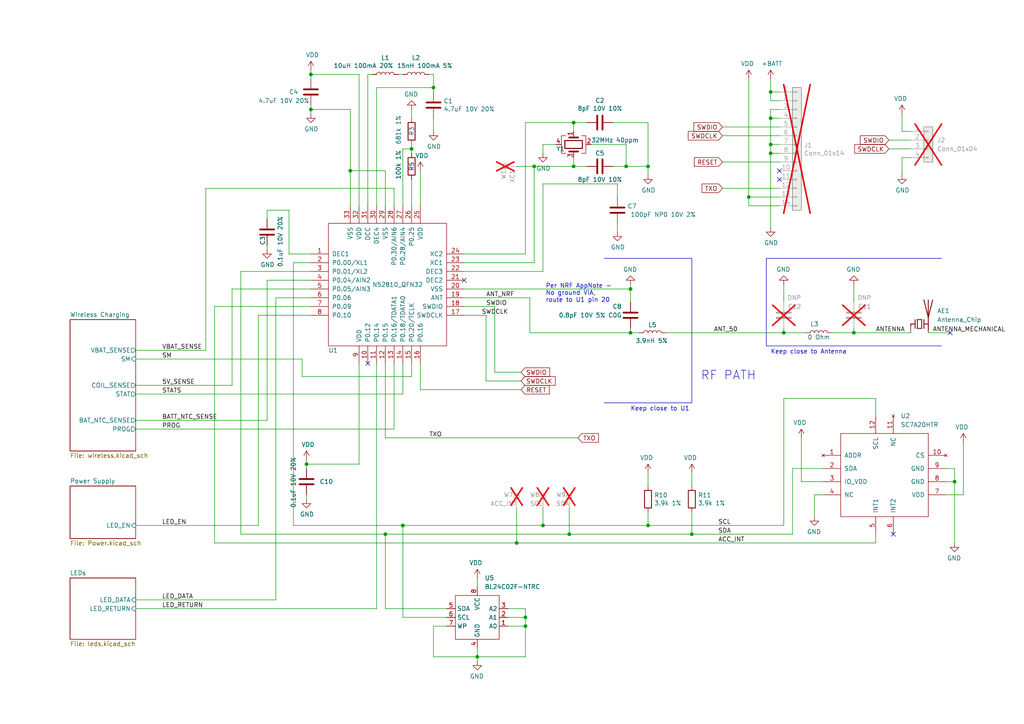
<source format=kicad_sch>
(kicad_sch (version 20250114) (generator "eeschema") (generator_version "9.0")
  (paper "A4")
  (title_block (title "Pixels D20 Schematic, Main") (date "2022-08-26") (rev "13") (company "Systemic Games, LLC") (comment 1 "Main MCU, Accelerometer and Radio"))
  (lib_symbols
    (symbol "Connector_Generic:Conn_01x04" (pin_names (offset 1.016) (hide yes))
      (property "Reference" "J" (at 0 5.08 0))
      (property "Value" "Conn_01x04" (at 0 -7.62 0))
      (symbol "Conn_01x04_1_1"
        (rectangle (start -1.27 3.81) (end 1.27 -6.35) (stroke (width 0.254)) (fill (type background)))
        (rectangle (start -1.27 2.667) (end 0 2.413) (stroke (width 0.1524)))
        (rectangle (start -1.27 0.127) (end 0 -0.127) (stroke (width 0.1524)))
        (rectangle (start -1.27 -2.413) (end 0 -2.667) (stroke (width 0.1524)))
        (rectangle (start -1.27 -4.953) (end 0 -5.207) (stroke (width 0.1524)))
        (pin passive line (at -5.08 2.54 0) (length 3.81) (name "Pin_1") (number "1"))
        (pin passive line (at -5.08 0 0) (length 3.81) (name "Pin_2") (number "2"))
        (pin passive line (at -5.08 -2.54 0) (length 3.81) (name "Pin_3") (number "3"))
        (pin passive line (at -5.08 -5.08 0) (length 3.81) (name "Pin_4") (number "4"))
      )
    )
    (symbol "Connector_Generic:Conn_01x14" (pin_names (offset 1.016) (hide yes))
      (property "Reference" "J" (at 0 17.78 0))
      (property "Value" "Conn_01x14" (at 0 -20.32 0))
      (symbol "Conn_01x14_1_1"
        (rectangle (start -1.27 16.51) (end 1.27 -19.05) (stroke (width 0.254)) (fill (type background)))
        (rectangle (start -1.27 15.367) (end 0 15.113) (stroke (width 0.1524)))
        (rectangle (start -1.27 12.827) (end 0 12.573) (stroke (width 0.1524)))
        (rectangle (start -1.27 10.287) (end 0 10.033) (stroke (width 0.1524)))
        (rectangle (start -1.27 7.747) (end 0 7.493) (stroke (width 0.1524)))
        (rectangle (start -1.27 5.207) (end 0 4.953) (stroke (width 0.1524)))
        (rectangle (start -1.27 2.667) (end 0 2.413) (stroke (width 0.1524)))
        (rectangle (start -1.27 0.127) (end 0 -0.127) (stroke (width 0.1524)))
        (rectangle (start -1.27 -2.413) (end 0 -2.667) (stroke (width 0.1524)))
        (rectangle (start -1.27 -4.953) (end 0 -5.207) (stroke (width 0.1524)))
        (rectangle (start -1.27 -7.493) (end 0 -7.747) (stroke (width 0.1524)))
        (rectangle (start -1.27 -10.033) (end 0 -10.287) (stroke (width 0.1524)))
        (rectangle (start -1.27 -12.573) (end 0 -12.827) (stroke (width 0.1524)))
        (rectangle (start -1.27 -15.113) (end 0 -15.367) (stroke (width 0.1524)))
        (rectangle (start -1.27 -17.653) (end 0 -17.907) (stroke (width 0.1524)))
        (pin passive line (at -5.08 15.24 0) (length 3.81) (name "Pin_1") (number "1"))
        (pin passive line (at -5.08 12.7 0) (length 3.81) (name "Pin_2") (number "2"))
        (pin passive line (at -5.08 10.16 0) (length 3.81) (name "Pin_3") (number "3"))
        (pin passive line (at -5.08 7.62 0) (length 3.81) (name "Pin_4") (number "4"))
        (pin passive line (at -5.08 5.08 0) (length 3.81) (name "Pin_5") (number "5"))
        (pin passive line (at -5.08 2.54 0) (length 3.81) (name "Pin_6") (number "6"))
        (pin passive line (at -5.08 0 0) (length 3.81) (name "Pin_7") (number "7"))
        (pin passive line (at -5.08 -2.54 0) (length 3.81) (name "Pin_8") (number "8"))
        (pin passive line (at -5.08 -5.08 0) (length 3.81) (name "Pin_9") (number "9"))
        (pin passive line (at -5.08 -7.62 0) (length 3.81) (name "Pin_10") (number "10"))
        (pin passive line (at -5.08 -10.16 0) (length 3.81) (name "Pin_11") (number "11"))
        (pin passive line (at -5.08 -12.7 0) (length 3.81) (name "Pin_12") (number "12"))
        (pin passive line (at -5.08 -15.24 0) (length 3.81) (name "Pin_13") (number "13"))
        (pin passive line (at -5.08 -17.78 0) (length 3.81) (name "Pin_14") (number "14"))
      )
    )
    (symbol "Device:Antenna_Chip" (pin_numbers (hide yes)) (pin_names (offset 1.016) (hide yes))
      (property "Reference" "AE" (at 0 5.08 0))
      (property "Value" "Antenna_Chip" (at 0 3.175 0))
      (symbol "Antenna_Chip_0_1"
        (polyline (pts (xy -2.54 0) (xy -2.54 -0.635)) (stroke (width 0.254)))
        (polyline (pts (xy -2.54 0) (xy -1.27 0)) (stroke (width 0.254)))
        (polyline (pts (xy -1.27 1.27) (xy -1.27 -1.27) (xy -1.27 0)) (stroke (width 0.254)))
        (polyline (pts (xy -0.635 1.27) (xy 0.635 1.27) (xy 0.635 -1.27) (xy -0.635 -1.27) (xy -0.635 1.27)) (stroke (width 0.254)))
        (polyline (pts (xy 1.27 1.27) (xy 1.27 -1.27)) (stroke (width 0.254)))
        (polyline (pts (xy 1.27 0) (xy 2.54 0)) (stroke (width 0.254)))
        (polyline (pts (xy 2.54 6.985) (xy 2.54 -1.905)) (stroke (width 0.254)))
        (polyline (pts (xy 2.54 -0.635) (xy 2.54 0)))
        (polyline (pts (xy 3.81 6.985) (xy 2.54 1.905) (xy 1.27 6.985)) (stroke (width 0.254)))
      )
      (symbol "Antenna_Chip_1_1"
        (pin input line (at -2.54 -2.54 90) (length 2.54) (name "FEED") (number "1"))
        (pin passive line (at 2.54 -2.54 90) (length 2.54) (name "PCB_Trace") (number "2"))
      )
    )
    (symbol "Device:C" (pin_numbers (hide yes)) (pin_names (offset 0.254))
      (property "Reference" "C" (at 0.635 2.54 0))
      (property "Value" "C" (at 0.635 -2.54 0))
      (symbol "C_0_1"
        (polyline (pts (xy -2.032 0.762) (xy 2.032 0.762)) (stroke (width 0.508)))
        (polyline (pts (xy -2.032 -0.762) (xy 2.032 -0.762)) (stroke (width 0.508)))
      )
      (symbol "C_1_1"
        (pin passive line (at 0 3.81 270) (length 2.794) (name "~") (number "1"))
        (pin passive line (at 0 -3.81 90) (length 2.794) (name "~") (number "2"))
      )
    )
    (symbol "Device:Crystal_GND24" (pin_names (offset 1.016) (hide yes))
      (property "Reference" "Y" (at 3.175 5.08 0))
      (property "Value" "Crystal_GND24" (at 3.175 3.175 0))
      (symbol "Crystal_GND24_0_1"
        (polyline (pts (xy -2.54 2.286) (xy -2.54 3.556) (xy 2.54 3.556) (xy 2.54 2.286)))
        (polyline (pts (xy -2.54 0) (xy -2.032 0)))
        (polyline (pts (xy -2.54 -2.286) (xy -2.54 -3.556) (xy 2.54 -3.556) (xy 2.54 -2.286)))
        (polyline (pts (xy -2.032 -1.27) (xy -2.032 1.27)) (stroke (width 0.508)))
        (rectangle (start -1.143 2.54) (end 1.143 -2.54) (stroke (width 0.3048)))
        (polyline (pts (xy 0 3.556) (xy 0 3.81)))
        (polyline (pts (xy 0 -3.81) (xy 0 -3.556)))
        (polyline (pts (xy 2.032 0) (xy 2.54 0)))
        (polyline (pts (xy 2.032 -1.27) (xy 2.032 1.27)) (stroke (width 0.508)))
      )
      (symbol "Crystal_GND24_1_1"
        (pin passive line (at -3.81 0 0) (length 1.27) (name "1") (number "1"))
        (pin passive line (at 0 5.08 270) (length 1.27) (name "2") (number "2"))
        (pin passive line (at 0 -5.08 90) (length 1.27) (name "4") (number "4"))
        (pin passive line (at 3.81 0 180) (length 1.27) (name "3") (number "3"))
      )
    )
    (symbol "Device:L" (pin_numbers (hide yes)) (pin_names (offset 1.016) (hide yes))
      (property "Reference" "L" (at -1.27 0 90))
      (property "Value" "L" (at 1.905 0 90))
      (symbol "L_0_1"
        (arc (start 0 2.54) (mid 0.6323 1.905) (end 0 1.27))
        (arc (start 0 1.27) (mid 0.6323 0.635) (end 0 0))
        (arc (start 0 0) (mid 0.6323 -0.635) (end 0 -1.27))
        (arc (start 0 -1.27) (mid 0.6323 -1.905) (end 0 -2.54))
      )
      (symbol "L_1_1"
        (pin passive line (at 0 3.81 270) (length 1.27) (name "1") (number "1"))
        (pin passive line (at 0 -3.81 90) (length 1.27) (name "2") (number "2"))
      )
    )
    (symbol "Device:R" (pin_numbers (hide yes)) (pin_names (offset 0))
      (property "Reference" "R" (at 2.032 0 90))
      (property "Value" "R" (at 0 0 90))
      (symbol "R_0_1"
        (rectangle (start -1.016 -2.54) (end 1.016 2.54) (stroke (width 0.254)))
      )
      (symbol "R_1_1"
        (pin passive line (at 0 3.81 270) (length 1.27) (name "~") (number "1"))
        (pin passive line (at 0 -3.81 90) (length 1.27) (name "~") (number "2"))
      )
    )
    (symbol "Pixels-dice:BL24C02F-NTRC"
      (property "Reference" "U" (at 2.286 -11.176 0))
      (property "Value" "BL24C02F-NTRC" (at 9.398 -9.144 0))
      (symbol "BL24C02F-NTRC_0_1"
        (rectangle (start -6.35 6.35) (end 6.35 -6.35))
      )
      (symbol "BL24C02F-NTRC_1_1"
        (pin bidirectional line (at -8.89 2.54 0) (length 2.54) (name "SDA") (number "5"))
        (pin input line (at -8.89 0 0) (length 2.54) (name "SCL") (number "6"))
        (pin input line (at -8.89 -2.54 0) (length 2.54) (name "WP") (number "7"))
        (pin power_in line (at 0 8.89 270) (length 2.54) (name "VCC") (number "8"))
        (pin power_in line (at 0 -8.89 90) (length 2.54) (name "GND") (number "4"))
        (pin input line (at 8.89 2.54 180) (length 2.54) (name "A2") (number "3"))
        (pin input line (at 8.89 0 180) (length 2.54) (name "A1") (number "2"))
        (pin input line (at 8.89 -2.54 180) (length 2.54) (name "A0") (number "1"))
      )
    )
    (symbol "Pixels-dice:N52810_QFN32" (pin_names (offset 1.016))
      (property "Reference" "U" (at 13.97 -19.05 0))
      (property "Value" "N52810_QFN32" (at 2.54 0 0))
      (symbol "N52810_QFN32_0_1"
        (rectangle (start -17.78 17.78) (end 16.51 -17.78))
      )
      (symbol "N52810_QFN32_1_1"
        (pin power_out line (at -22.86 8.89 0) (length 5.08) (name "DEC1") (number "1"))
        (pin bidirectional line (at -22.86 6.35 0) (length 5.08) (name "P0.00/XL1") (number "2"))
        (pin bidirectional line (at -22.86 3.81 0) (length 5.08) (name "P0.01/XL2") (number "3"))
        (pin bidirectional line (at -22.86 1.27 0) (length 5.08) (name "P0.04/AIN2") (number "4"))
        (pin bidirectional line (at -22.86 -1.27 0) (length 5.08) (name "P0.05/AIN3") (number "5"))
        (pin bidirectional line (at -22.86 -3.81 0) (length 5.08) (name "P0.06") (number "6"))
        (pin bidirectional line (at -22.86 -6.35 0) (length 5.08) (name "P0.09") (number "7"))
        (pin bidirectional line (at -22.86 -8.89 0) (length 5.08) (name "P0.10") (number "8"))
        (pin power_in line (at -11.43 22.86 270) (length 5.08) (name "VSS") (number "33"))
        (pin power_in line (at -8.89 22.86 270) (length 5.08) (name "VDD") (number "32"))
        (pin power_in line (at -8.89 -22.86 90) (length 5.08) (name "VDD") (number "9"))
        (pin output line (at -6.35 22.86 270) (length 5.08) (name "DCC") (number "31"))
        (pin bidirectional line (at -6.35 -22.86 90) (length 5.08) (name "P0.12") (number "10"))
        (pin output line (at -3.81 22.86 270) (length 5.08) (name "DEC4") (number "30"))
        (pin bidirectional line (at -3.81 -22.86 90) (length 5.08) (name "P0.14") (number "11"))
        (pin power_in line (at -1.27 22.86 270) (length 5.08) (name "VSS") (number "29"))
        (pin bidirectional line (at -1.27 -22.86 90) (length 5.08) (name "P0.15") (number "12"))
        (pin bidirectional line (at 1.27 22.86 270) (length 5.08) (name "P0.30/AIN6") (number "28"))
        (pin bidirectional line (at 1.27 -22.86 90) (length 5.08) (name "P0.16/TDATA1") (number "13"))
        (pin bidirectional line (at 3.81 22.86 270) (length 5.08) (name "P0.28/AIN4") (number "27"))
        (pin bidirectional line (at 3.81 -22.86 90) (length 5.08) (name "P0.18/TDATA0") (number "14"))
        (pin bidirectional line (at 6.35 22.86 270) (length 5.08) (name "P0.25") (number "26"))
        (pin bidirectional line (at 6.35 -22.86 90) (length 5.08) (name "P0.20/TCLK") (number "15"))
        (pin power_in line (at 8.89 22.86 270) (length 5.08) (name "VDD") (number "25"))
        (pin bidirectional line (at 8.89 -22.86 90) (length 5.08) (name "P0.16") (number "16"))
        (pin input line (at 21.59 8.89 180) (length 5.08) (name "XC2") (number "24"))
        (pin output line (at 21.59 6.35 180) (length 5.08) (name "XC1") (number "23"))
        (pin output line (at 21.59 3.81 180) (length 5.08) (name "DEC3") (number "22"))
        (pin output line (at 21.59 1.27 180) (length 5.08) (name "DEC2") (number "21"))
        (pin output line (at 21.59 -1.27 180) (length 5.08) (name "VSS") (number "20"))
        (pin output line (at 21.59 -3.81 180) (length 5.08) (name "ANT") (number "19"))
        (pin bidirectional line (at 21.59 -6.35 180) (length 5.08) (name "SWDIO") (number "18"))
        (pin bidirectional line (at 21.59 -8.89 180) (length 5.08) (name "SWDCLK") (number "17"))
      )
    )
    (symbol "Pixels-dice:SC7A20HTR" (pin_names (offset 1.016))
      (property "Reference" "U" (at 10.16 -12.7 0))
      (property "Value" "SC7A20HTR" (at 8.89 13.97 0))
      (symbol "SC7A20HTR_0_1"
        (rectangle (start -12.7 12.7) (end 12.7 -11.43))
      )
      (symbol "SC7A20HTR_1_1"
        (pin no_connect line (at -17.78 6.35 0) (length 5.08) (name "ADDR") (number "1"))
        (pin bidirectional line (at -17.78 2.54 0) (length 5.08) (name "SDA") (number "2"))
        (pin power_in line (at -17.78 -1.27 0) (length 5.08) (name "IO_VDD") (number "3"))
        (pin input line (at -17.78 -5.08 0) (length 5.08) (name "NC") (number "4"))
        (pin input line (at -2.54 17.78 270) (length 5.08) (name "SCL") (number "12"))
        (pin output line (at -2.54 -16.51 90) (length 5.08) (name "INT1") (number "5"))
        (pin no_connect line (at 2.54 17.78 270) (length 5.08) (name "NC") (number "11"))
        (pin output line (at 2.54 -16.51 90) (length 5.08) (name "INT2") (number "6"))
        (pin no_connect line (at 17.78 6.35 180) (length 5.08) (name "CS") (number "10"))
        (pin power_in line (at 17.78 2.54 180) (length 5.08) (name "GND") (number "9"))
        (pin power_in line (at 17.78 -1.27 180) (length 5.08) (name "GND") (number "8"))
        (pin power_in line (at 17.78 -5.08 180) (length 5.08) (name "VDD") (number "7"))
      )
    )
    (symbol "Pixels-dice:TEST_1P-conn" (pin_numbers (hide yes)) (pin_names (offset 0.762) (hide yes))
      (property "Reference" "W" (at 0 6.858 0))
      (property "Value" "TEST_1P-conn" (at 0 5.08 0))
      (symbol "TEST_1P-conn_0_1"
        (circle (center 0 3.302) (radius 0.762))
      )
      (symbol "TEST_1P-conn_1_1"
        (pin passive line (at 0 0 90) (length 2.54) (name "1") (number "1"))
      )
    )
    (symbol "power:+BATT" (power) (pin_names (offset 0))
      (property "Value" "+BATT" (at 0 3.556 0))
      (symbol "+BATT_0_1"
        (polyline (pts (xy -0.762 1.27) (xy 0 2.54)))
        (polyline (pts (xy 0 2.54) (xy 0.762 1.27)))
        (polyline (pts (xy 0 0) (xy 0 2.54)))
      )
      (symbol "+BATT_1_1"
        (pin power_in line (at 0 0 90) (length 0) (hide yes) (name "+BATT") (number "1"))
      )
    )
    (symbol "power:GND" (power) (pin_names (offset 0))
      (property "Value" "GND" (at 0 -3.81 0))
      (symbol "GND_0_1"
        (polyline (pts (xy 0 0) (xy 0 -1.27) (xy 1.27 -1.27) (xy 0 -2.54) (xy -1.27 -1.27) (xy 0 -1.27)))
      )
      (symbol "GND_1_1"
        (pin power_in line (at 0 0 270) (length 0) (hide yes) (name "GND") (number "1"))
      )
    )
    (symbol "power:VDD" (power) (pin_names (offset 0))
      (property "Value" "VDD" (at 0 3.81 0))
      (symbol "VDD_0_1"
        (polyline (pts (xy -0.762 1.27) (xy 0 2.54)))
        (polyline (pts (xy 0 2.54) (xy 0.762 1.27)))
        (polyline (pts (xy 0 0) (xy 0 2.54)))
      )
      (symbol "VDD_1_1"
        (pin power_in line (at 0 0 90) (length 0) (hide yes) (name "VDD") (number "1"))
      )
    )
  )
  (text "Per NRF AppNote -\nNo ground VIA,\nroute to U1 pin 20" (at 158.242 87.884 0) (effects (font (size 1.27 1.27)) (justify left bottom)))
  (text "RF PATH" (at 203.2 110.49 0) (effects (font (size 2.54 2.54)) (justify left bottom)))
  (text "Keep close to Antenna" (at 223.52 102.87 0) (effects (font (size 1.27 1.27)) (justify left bottom)))
  (text "Keep close to U1" (at 182.88 119.38 0) (effects (font (size 1.27 1.27)) (justify left bottom)))
  (junction (at 138.43 190.5))
  (junction (at 101.6 49.53))
  (junction (at 181.61 48.26))
  (junction (at 90.17 21.59))
  (junction (at 116.84 152.4))
  (junction (at 187.96 152.4))
  (junction (at 166.37 48.26))
  (junction (at 223.52 41.91))
  (junction (at 149.86 157.48))
  (junction (at 165.1 154.94))
  (junction (at 200.66 154.94))
  (junction (at 182.88 96.52))
  (junction (at 227.33 96.52))
  (junction (at 182.88 83.82))
  (junction (at 152.4 181.61))
  (junction (at 223.52 26.67))
  (junction (at 223.52 34.29))
  (junction (at 88.9 134.62))
  (junction (at 247.65 96.52))
  (junction (at 187.96 48.26))
  (junction (at 125.73 25.4))
  (junction (at 217.17 57.15))
  (junction (at 119.38 43.18))
  (junction (at 157.48 152.4))
  (junction (at 90.17 31.75))
  (junction (at 152.4 179.07))
  (junction (at 223.52 44.45))
  (junction (at 276.86 139.7))
  (junction (at 154.94 48.26))
  (junction (at 166.37 35.56))
  (junction (at 111.76 154.94))
  (no_connect (at 275.59 96.52))
  (no_connect (at 226.06 49.53))
  (no_connect (at 259.08 154.94))
  (no_connect (at 226.06 52.07))
  (no_connect (at 134.62 81.28))
  (no_connect (at 106.68 105.41))
  (wire (pts (xy 101.6 59.69) (xy 101.6 49.53)))
  (wire (pts (xy 125.73 190.5) (xy 138.43 190.5)))
  (wire (pts (xy 209.55 46.99) (xy 226.06 46.99)))
  (wire (pts (xy 149.86 147.32) (xy 149.86 157.48)))
  (wire (pts (xy 119.38 109.22) (xy 119.38 105.41)))
  (wire (pts (xy 181.61 41.91) (xy 181.61 48.26)))
  (wire (pts (xy 69.85 154.94) (xy 69.85 78.74)))
  (wire (pts (xy 67.31 83.82) (xy 90.17 83.82)))
  (wire (pts (xy 149.86 48.26) (xy 154.94 48.26)))
  (wire (pts (xy 62.23 88.9) (xy 62.23 157.48)))
  (wire (pts (xy 154.94 76.2) (xy 154.94 48.26)))
  (wire (pts (xy 152.4 181.61) (xy 152.4 190.5)))
  (wire (pts (xy 177.8 48.26) (xy 181.61 48.26)))
  (wire (pts (xy 140.97 110.49) (xy 151.13 110.49)))
  (wire (pts (xy 39.37 104.14) (xy 87.63 104.14)))
  (wire (pts (xy 77.47 81.28) (xy 77.47 121.92)))
  (wire (pts (xy 223.52 31.75) (xy 223.52 34.29)))
  (wire (pts (xy 223.52 22.86) (xy 223.52 26.67)))
  (polyline (pts (xy 222.25 74.93) (xy 222.25 100.33)))
  (wire (pts (xy 134.62 73.66) (xy 152.4 73.66)))
  (wire (pts (xy 187.96 35.56) (xy 187.96 48.26)))
  (wire (pts (xy 39.37 173.99) (xy 80.01 173.99)))
  (wire (pts (xy 166.37 35.56) (xy 170.18 35.56)))
  (wire (pts (xy 217.17 57.15) (xy 217.17 59.69)))
  (wire (pts (xy 77.47 81.28) (xy 90.17 81.28)))
  (wire (pts (xy 111.76 154.94) (xy 69.85 154.94)))
  (wire (pts (xy 226.06 57.15) (xy 217.17 57.15)))
  (wire (pts (xy 39.37 114.3) (xy 116.84 114.3)))
  (polyline (pts (xy 222.25 100.33) (xy 273.05 100.33)))
  (wire (pts (xy 134.62 86.36) (xy 153.67 86.36)))
  (wire (pts (xy 119.38 41.91) (xy 119.38 43.18)))
  (wire (pts (xy 152.4 179.07) (xy 152.4 181.61)))
  (wire (pts (xy 116.84 152.4) (xy 116.84 179.07)))
  (wire (pts (xy 90.17 91.44) (xy 74.93 91.44)))
  (wire (pts (xy 226.06 44.45) (xy 223.52 44.45)))
  (wire (pts (xy 39.37 111.76) (xy 67.31 111.76)))
  (wire (pts (xy 88.9 134.62) (xy 88.9 135.89)))
  (wire (pts (xy 182.88 95.25) (xy 182.88 96.52)))
  (wire (pts (xy 134.62 83.82) (xy 182.88 83.82)))
  (wire (pts (xy 116.84 59.69) (xy 116.84 43.18)))
  (wire (pts (xy 88.9 134.62) (xy 104.14 134.62)))
  (wire (pts (xy 149.86 157.48) (xy 254 157.48)))
  (wire (pts (xy 121.92 113.03) (xy 151.13 113.03)))
  (wire (pts (xy 90.17 88.9) (xy 62.23 88.9)))
  (wire (pts (xy 152.4 73.66) (xy 152.4 35.56)))
  (wire (pts (xy 134.62 88.9) (xy 143.51 88.9)))
  (wire (pts (xy 226.06 34.29) (xy 223.52 34.29)))
  (wire (pts (xy 67.31 83.82) (xy 67.31 111.76)))
  (wire (pts (xy 153.67 96.52) (xy 182.88 96.52)))
  (wire (pts (xy 254 115.57) (xy 227.33 115.57)))
  (wire (pts (xy 125.73 21.59) (xy 125.73 25.4)))
  (wire (pts (xy 114.3 59.69) (xy 114.3 54.61)))
  (wire (pts (xy 88.9 134.62) (xy 88.9 133.35)))
  (wire (pts (xy 143.51 107.95) (xy 151.13 107.95)))
  (wire (pts (xy 254 120.65) (xy 254 115.57)))
  (wire (pts (xy 147.32 176.53) (xy 152.4 176.53)))
  (wire (pts (xy 161.29 41.91) (xy 157.48 41.91)))
  (wire (pts (xy 257.81 43.18) (xy 264.16 43.18)))
  (wire (pts (xy 59.69 54.61) (xy 59.69 101.6)))
  (wire (pts (xy 236.22 143.51) (xy 236.22 149.86)))
  (wire (pts (xy 121.92 49.53) (xy 121.92 59.69)))
  (wire (pts (xy 223.52 26.67) (xy 226.06 26.67)))
  (wire (pts (xy 90.17 86.36) (xy 80.01 86.36)))
  (wire (pts (xy 111.76 127) (xy 167.64 127)))
  (wire (pts (xy 274.32 139.7) (xy 276.86 139.7)))
  (wire (pts (xy 209.55 39.37) (xy 226.06 39.37)))
  (wire (pts (xy 152.4 190.5) (xy 138.43 190.5)))
  (wire (pts (xy 125.73 181.61) (xy 125.73 190.5)))
  (wire (pts (xy 165.1 154.94) (xy 200.66 154.94)))
  (wire (pts (xy 101.6 31.75) (xy 90.17 31.75)))
  (wire (pts (xy 177.8 35.56) (xy 187.96 35.56)))
  (wire (pts (xy 200.66 148.59) (xy 200.66 154.94)))
  (wire (pts (xy 39.37 124.46) (xy 114.3 124.46)))
  (polyline (pts (xy 175.26 116.84) (xy 200.66 116.84)))
  (wire (pts (xy 134.62 78.74) (xy 157.48 78.74)))
  (wire (pts (xy 152.4 176.53) (xy 152.4 179.07)))
  (wire (pts (xy 279.4 143.51) (xy 274.32 143.51)))
  (wire (pts (xy 154.94 48.26) (xy 166.37 48.26)))
  (wire (pts (xy 247.65 82.55) (xy 247.65 87.63)))
  (wire (pts (xy 187.96 148.59) (xy 187.96 152.4)))
  (wire (pts (xy 104.14 21.59) (xy 90.17 21.59)))
  (wire (pts (xy 147.32 181.61) (xy 152.4 181.61)))
  (wire (pts (xy 209.55 36.83) (xy 226.06 36.83)))
  (wire (pts (xy 227.33 96.52) (xy 233.68 96.52)))
  (wire (pts (xy 193.04 96.52) (xy 227.33 96.52)))
  (wire (pts (xy 238.76 135.89) (xy 229.87 135.89)))
  (wire (pts (xy 59.69 54.61) (xy 114.3 54.61)))
  (wire (pts (xy 62.23 157.48) (xy 149.86 157.48)))
  (wire (pts (xy 254 154.94) (xy 254 157.48)))
  (wire (pts (xy 138.43 167.64) (xy 138.43 170.18)))
  (polyline (pts (xy 200.66 74.93) (xy 200.66 116.84)))
  (wire (pts (xy 166.37 48.26) (xy 170.18 48.26)))
  (wire (pts (xy 114.3 105.41) (xy 114.3 124.46)))
  (wire (pts (xy 119.38 43.18) (xy 119.38 44.45)))
  (wire (pts (xy 182.88 82.55) (xy 182.88 83.82)))
  (wire (pts (xy 179.07 53.34) (xy 179.07 57.15)))
  (wire (pts (xy 261.62 33.02) (xy 261.62 38.1)))
  (wire (pts (xy 223.52 26.67) (xy 223.52 29.21)))
  (wire (pts (xy 88.9 143.51) (xy 88.9 144.78)))
  (wire (pts (xy 209.55 54.61) (xy 226.06 54.61)))
  (wire (pts (xy 80.01 86.36) (xy 80.01 173.99)))
  (wire (pts (xy 74.93 91.44) (xy 74.93 152.4)))
  (wire (pts (xy 200.66 137.16) (xy 200.66 140.97)))
  (wire (pts (xy 157.48 152.4) (xy 187.96 152.4)))
  (wire (pts (xy 85.09 76.2) (xy 90.17 76.2)))
  (wire (pts (xy 138.43 190.5) (xy 138.43 191.77)))
  (wire (pts (xy 134.62 76.2) (xy 154.94 76.2)))
  (wire (pts (xy 106.68 21.59) (xy 107.95 21.59)))
  (wire (pts (xy 152.4 35.56) (xy 166.37 35.56)))
  (wire (pts (xy 125.73 25.4) (xy 109.22 25.4)))
  (wire (pts (xy 39.37 121.92) (xy 77.47 121.92)))
  (wire (pts (xy 200.66 154.94) (xy 229.87 154.94)))
  (wire (pts (xy 241.3 96.52) (xy 247.65 96.52)))
  (wire (pts (xy 124.46 21.59) (xy 125.73 21.59)))
  (wire (pts (xy 119.38 52.07) (xy 119.38 59.69)))
  (wire (pts (xy 238.76 143.51) (xy 236.22 143.51)))
  (wire (pts (xy 217.17 22.86) (xy 217.17 57.15)))
  (wire (pts (xy 238.76 139.7) (xy 232.41 139.7)))
  (wire (pts (xy 276.86 139.7) (xy 276.86 157.48)))
  (wire (pts (xy 90.17 73.66) (xy 83.82 73.66)))
  (wire (pts (xy 111.76 105.41) (xy 111.76 127)))
  (wire (pts (xy 227.33 82.55) (xy 227.33 87.63)))
  (wire (pts (xy 232.41 127) (xy 232.41 139.7)))
  (wire (pts (xy 116.84 43.18) (xy 119.38 43.18)))
  (wire (pts (xy 261.62 38.1) (xy 264.16 38.1)))
  (wire (pts (xy 140.97 91.44) (xy 140.97 110.49)))
  (wire (pts (xy 119.38 31.75) (xy 119.38 34.29)))
  (wire (pts (xy 90.17 30.48) (xy 90.17 31.75)))
  (wire (pts (xy 101.6 49.53) (xy 101.6 31.75)))
  (wire (pts (xy 223.52 44.45) (xy 223.52 66.04)))
  (wire (pts (xy 171.45 41.91) (xy 181.61 41.91)))
  (polyline (pts (xy 175.26 74.93) (xy 200.66 74.93)))
  (wire (pts (xy 229.87 135.89) (xy 229.87 154.94)))
  (wire (pts (xy 276.86 135.89) (xy 276.86 139.7)))
  (wire (pts (xy 111.76 154.94) (xy 111.76 176.53)))
  (wire (pts (xy 226.06 41.91) (xy 223.52 41.91)))
  (wire (pts (xy 121.92 113.03) (xy 121.92 105.41)))
  (wire (pts (xy 153.67 86.36) (xy 153.67 96.52)))
  (polyline (pts (xy 222.25 74.93) (xy 273.05 74.93)))
  (wire (pts (xy 134.62 91.44) (xy 140.97 91.44)))
  (wire (pts (xy 165.1 147.32) (xy 165.1 154.94)))
  (wire (pts (xy 274.32 135.89) (xy 276.86 135.89)))
  (wire (pts (xy 77.47 71.12) (xy 77.47 72.39)))
  (wire (pts (xy 111.76 176.53) (xy 129.54 176.53)))
  (wire (pts (xy 111.76 59.69) (xy 111.76 49.53)))
  (wire (pts (xy 87.63 109.22) (xy 119.38 109.22)))
  (wire (pts (xy 106.68 21.59) (xy 106.68 59.69)))
  (wire (pts (xy 115.57 21.59) (xy 116.84 21.59)))
  (wire (pts (xy 111.76 49.53) (xy 101.6 49.53)))
  (wire (pts (xy 223.52 41.91) (xy 223.52 44.45)))
  (wire (pts (xy 90.17 31.75) (xy 90.17 33.02)))
  (wire (pts (xy 138.43 187.96) (xy 138.43 190.5)))
  (wire (pts (xy 223.52 29.21) (xy 226.06 29.21)))
  (wire (pts (xy 157.48 147.32) (xy 157.48 152.4)))
  (wire (pts (xy 83.82 60.96) (xy 77.47 60.96)))
  (wire (pts (xy 39.37 176.53) (xy 109.22 176.53)))
  (wire (pts (xy 116.84 152.4) (xy 157.48 152.4)))
  (wire (pts (xy 187.96 137.16) (xy 187.96 140.97)))
  (wire (pts (xy 261.62 45.72) (xy 261.62 50.8)))
  (wire (pts (xy 143.51 88.9) (xy 143.51 107.95)))
  (wire (pts (xy 129.54 179.07) (xy 116.84 179.07)))
  (wire (pts (xy 87.63 104.14) (xy 87.63 109.22)))
  (wire (pts (xy 279.4 128.27) (xy 279.4 143.51)))
  (wire (pts (xy 157.48 53.34) (xy 157.48 78.74)))
  (wire (pts (xy 109.22 25.4) (xy 109.22 59.69)))
  (wire (pts (xy 181.61 48.26) (xy 187.96 48.26)))
  (wire (pts (xy 247.65 96.52) (xy 264.16 96.52)))
  (wire (pts (xy 147.32 179.07) (xy 152.4 179.07)))
  (wire (pts (xy 39.37 152.4) (xy 74.93 152.4)))
  (wire (pts (xy 223.52 31.75) (xy 226.06 31.75)))
  (wire (pts (xy 109.22 105.41) (xy 109.22 176.53)))
  (wire (pts (xy 187.96 152.4) (xy 227.33 152.4)))
  (wire (pts (xy 90.17 20.32) (xy 90.17 21.59)))
  (wire (pts (xy 182.88 83.82) (xy 182.88 87.63)))
  (wire (pts (xy 179.07 64.77) (xy 179.07 67.31)))
  (wire (pts (xy 223.52 34.29) (xy 223.52 41.91)))
  (wire (pts (xy 157.48 41.91) (xy 157.48 44.45)))
  (wire (pts (xy 261.62 45.72) (xy 264.16 45.72)))
  (wire (pts (xy 187.96 48.26) (xy 187.96 50.8)))
  (wire (pts (xy 166.37 45.72) (xy 166.37 48.26)))
  (wire (pts (xy 116.84 114.3) (xy 116.84 105.41)))
  (wire (pts (xy 111.76 154.94) (xy 165.1 154.94)))
  (wire (pts (xy 166.37 38.1) (xy 166.37 35.56)))
  (wire (pts (xy 179.07 53.34) (xy 157.48 53.34)))
  (wire (pts (xy 247.65 95.25) (xy 247.65 96.52)))
  (wire (pts (xy 269.24 96.52) (xy 275.59 96.52)))
  (wire (pts (xy 83.82 60.96) (xy 83.82 73.66)))
  (wire (pts (xy 182.88 96.52) (xy 185.42 96.52)))
  (wire (pts (xy 90.17 21.59) (xy 90.17 22.86)))
  (wire (pts (xy 77.47 60.96) (xy 77.47 63.5)))
  (wire (pts (xy 104.14 21.59) (xy 104.14 59.69)))
  (wire (pts (xy 85.09 152.4) (xy 116.84 152.4)))
  (wire (pts (xy 129.54 181.61) (xy 125.73 181.61)))
  (wire (pts (xy 227.33 115.57) (xy 227.33 152.4)))
  (wire (pts (xy 125.73 25.4) (xy 125.73 26.67)))
  (wire (pts (xy 69.85 78.74) (xy 90.17 78.74)))
  (wire (pts (xy 217.17 59.69) (xy 226.06 59.69)))
  (wire (pts (xy 85.09 76.2) (xy 85.09 152.4)))
  (wire (pts (xy 104.14 105.41) (xy 104.14 134.62)))
  (wire (pts (xy 125.73 34.29) (xy 125.73 38.1)))
  (wire (pts (xy 257.81 40.64) (xy 264.16 40.64)))
  (wire (pts (xy 227.33 95.25) (xy 227.33 96.52)))
  (wire (pts (xy 39.37 101.6) (xy 59.69 101.6)))
  (label "ANTENNA_MECHANICAL" (at 270.51 96.52 0))
  (label "PROG" (at 46.99 124.46 0))
  (label "ACC_INT" (at 208.28 157.48 0))
  (label "ANT_50" (at 207.01 96.52 0))
  (label "SWDCLK" (at 139.7 91.44 0))
  (label "VBAT_SENSE" (at 46.99 101.6 0))
  (label "5V_SENSE" (at 46.99 111.76 0))
  (label "BATT_NTC_SENSE" (at 46.99 121.92 0))
  (label "ANT_NRF" (at 140.97 86.36 0))
  (label "SDA" (at 208.28 154.94 0))
  (label "SM" (at 46.99 104.14 0))
  (label "LED_EN" (at 46.99 152.4 0))
  (label "ANTENNA" (at 254 96.52 0))
  (label "SWDIO" (at 140.97 88.9 0))
  (label "LED_RETURN" (at 46.99 176.53 0))
  (label "TXO" (at 124.46 127 0))
  (label "LED_DATA" (at 46.99 173.99 0))
  (label "SCL" (at 208.28 152.4 0))
  (label "STATS" (at 46.99 114.3 0))
  (global_label "SWDCLK" (shape input) (at 257.81 43.18 180) (property "Intersheetrefs" "${INTERSHEET_REFS}" (effects (hide yes))))
  (global_label "SWDIO" (shape input) (at 151.13 107.95 0) (property "Intersheetrefs" "${INTERSHEET_REFS}" (effects (hide yes))))
  (global_label "TXO" (shape input) (at 167.64 127 0) (property "Intersheetrefs" "${INTERSHEET_REFS}" (effects (hide yes))))
  (global_label "SWDCLK" (shape input) (at 209.55 39.37 180) (property "Intersheetrefs" "${INTERSHEET_REFS}" (effects (hide yes))))
  (global_label "RESET" (shape input) (at 209.55 46.99 180) (property "Intersheetrefs" "${INTERSHEET_REFS}" (effects (hide yes))))
  (global_label "SWDCLK" (shape input) (at 151.13 110.49 0) (property "Intersheetrefs" "${INTERSHEET_REFS}" (effects (hide yes))))
  (global_label "RESET" (shape input) (at 151.13 113.03 0) (property "Intersheetrefs" "${INTERSHEET_REFS}" (effects (hide yes))))
  (global_label "SWDIO" (shape input) (at 209.55 36.83 180) (property "Intersheetrefs" "${INTERSHEET_REFS}" (effects (hide yes))))
  (global_label "SWDIO" (shape input) (at 257.81 40.64 180) (property "Intersheetrefs" "${INTERSHEET_REFS}" (effects (hide yes))))
  (global_label "TXO" (shape input) (at 209.55 54.61 180) (property "Intersheetrefs" "${INTERSHEET_REFS}" (effects (hide yes))))
  (symbol (lib_id "power:GND") (at 88.9 144.78 0) (unit 1)
    (property "Reference" "#PWR016" (effects (hide yes)))
    (property "Value" "GND" (at 89.027 149.1742 0))
  )
  (symbol (lib_id "power:VDD") (at 88.9 133.35 0) (unit 1)
    (property "Reference" "#PWR014" (effects (hide yes)))
    (property "Value" "VDD" (at 89.3318 128.9558 0))
  )
  (symbol (lib_id "Device:C") (at 88.9 139.7 0) (unit 1)
    (property "Reference" "C10" (at 92.71 139.7 0) (effects (justify left)))
    (property "Value" "0.1uF 10V 20%" (at 85.09 147.32 90) (effects (justify left)))
    (property "Footprint" "Capacitor_SMD:C_0201_0603Metric" (effects (hide yes)))
    (property "Generic OK" "YES" (effects (hide yes)))
    (property "Manufacturer" "HRE" (effects (hide yes)))
    (property "Part Number" "CGA0201X5R104K100ET" (effects (hide yes)))
    (property "LCSC Part #" "C6119757" (effects (hide yes)))
  )
  (symbol (lib_id "power:GND") (at 90.17 33.02 0) (unit 1)
    (property "Reference" "#PWR08" (effects (hide yes)))
    (property "Value" "GND" (at 90.297 37.4142 0))
  )
  (symbol (lib_id "power:VDD") (at 90.17 20.32 0) (unit 1)
    (property "Reference" "#PWR01" (effects (hide yes)))
    (property "Value" "VDD" (at 90.6018 15.9258 0))
  )
  (symbol (lib_id "Device:C") (at 90.17 26.67 0) (unit 1)
    (property "Reference" "C4" (at 83.82 26.67 0) (effects (justify left)))
    (property "Value" "4.7uF 10V 20%" (at 74.93 29.21 0) (effects (justify left)))
    (property "Footprint" "Pixels-dice:C_0402_1005Metric" (effects (hide yes)))
    (property "Generic OK" "YES" (effects (hide yes)))
    (property "Manufacturer" "HRE" (effects (hide yes)))
    (property "Part Number" "CGA0402X5R475M100GT" (effects (hide yes)))
    (property "Alternate Manufacturer" "Samsung Electro-Mechanics" (effects (hide yes)))
    (property "Alternate PN" "CL05A475MP5NRNC" (effects (hide yes)))
    (property "Alternate LCSC Part #" "C23733" (effects (hide yes)))
  )
  (symbol (lib_id "power:GND") (at 77.47 72.39 0) (unit 1)
    (property "Reference" "#PWR05" (effects (hide yes)))
    (property "Value" "GND" (at 77.597 76.7842 0))
  )
  (symbol (lib_id "Device:C") (at 77.47 67.31 0) (unit 1)
    (property "Reference" "C3" (at 76.2 71.12 90) (effects (justify left)))
    (property "Value" "0.1uF 10V 20%" (at 81.28 77.47 90) (effects (justify left)))
    (property "Footprint" "Capacitor_SMD:C_0201_0603Metric" (effects (hide yes)))
    (property "Generic OK" "YES" (effects (hide yes)))
    (property "Manufacturer" "HRE" (effects (hide yes)))
    (property "Part Number" "CGA0201X5R104K100ET" (effects (hide yes)))
    (property "LCSC Part #" "C6119757" (effects (hide yes)))
  )
  (symbol (lib_id "Device:L") (at 111.76 21.59 90) (unit 1)
    (property "Reference" "L1" (at 111.76 16.764 90))
    (property "Value" "10uH 100mA 20%" (at 105.41 19.05 90))
    (property "Footprint" "Inductor_SMD:L_0603_1608Metric" (effects (hide yes)))
    (property "Generic OK" "YES" (effects (hide yes)))
    (property "Manufacturer" "FH" (effects (hide yes)))
    (property "Part Number" "CMI160808J100KT" (effects (hide yes)))
    (property "LCSC Part #" "C411908" (effects (hide yes)))
  )
  (symbol (lib_id "Device:L") (at 120.65 21.59 90) (unit 1)
    (property "Reference" "L2" (at 120.65 16.764 90))
    (property "Value" "15nH 100mA 5%" (at 123.19 19.05 90))
    (property "Footprint" "Inductor_SMD:L_0201_0603Metric" (effects (hide yes)))
    (property "Generic OK" "YES" (effects (hide yes)))
    (property "Manufacturer" "FH" (effects (hide yes)))
    (property "Part Number" "VHF060303HQ15NKT" (effects (hide yes)))
    (property "LCSC Part #" "C381880" (effects (hide yes)))
  )
  (symbol (lib_id "Device:C") (at 125.73 30.48 0) (unit 1)
    (property "Reference" "C1" (at 128.651 29.3116 0) (effects (justify left)))
    (property "Value" "4.7uF 10V 20%" (at 128.651 31.623 0) (effects (justify left)))
    (property "Footprint" "Pixels-dice:C_0402_1005Metric" (effects (hide yes)))
    (property "Generic OK" "YES" (effects (hide yes)))
    (property "Manufacturer" "HRE" (effects (hide yes)))
    (property "Part Number" "CGA0402X5R475M100GT" (effects (hide yes)))
    (property "Alternate Manufacturer" "Samsung Electro-Mechanics" (effects (hide yes)))
    (property "Alternate PN" "CL05A475MP5NRNC" (effects (hide yes)))
    (property "Alternate LCSC Part #" "C23733" (effects (hide yes)))
  )
  (symbol (lib_id "power:GND") (at 125.73 38.1 0) (unit 1)
    (property "Reference" "#PWR03" (effects (hide yes)))
    (property "Value" "GND" (at 125.857 42.4942 0))
  )
  (symbol (lib_id "Device:Crystal_GND24") (at 166.37 41.91 270) (unit 1)
    (property "Reference" "Y1" (at 161.29 43.18 90) (effects (justify left)))
    (property "Value" "32MHz 40ppm" (at 171.45 40.64 90) (effects (justify left)))
    (property "Footprint" "Pixels-dice:Crystal_SMD_2016-4Pin_2.0x1.6mm" (effects (hide yes)))
    (property "Generic OK" "YES" (effects (hide yes)))
    (property "Manufacturer" "TOGNJING" (effects (hide yes)))
    (property "Part Number" "XTM20032000DT00351001" (effects (hide yes)))
    (property "Alternate Manufacturer" "TXC Corp" (effects (hide yes)))
    (property "Alternate PN" "8Q32000002" (effects (hide yes)))
    (property "Alternate LCSC Part #" "C5203640" (effects (hide yes)))
    (property "LCSC Part #" "C20623629" (effects (hide yes)))
  )
  (symbol (lib_id "Device:C") (at 173.99 35.56 270) (unit 1)
    (property "Reference" "C2" (at 173.99 29.1592 90))
    (property "Value" "8pF 10V 10%" (at 173.99 31.4706 90))
    (property "Footprint" "Capacitor_SMD:C_0201_0603Metric" (effects (hide yes)))
    (property "Generic OK" "YES" (effects (hide yes)))
    (property "Manufacturer" "HRE" (effects (hide yes)))
    (property "Part Number" "CGA0201C0G8R0B250ET" (effects (hide yes)))
    (property "LCSC Part #" "C501818" (effects (hide yes)))
  )
  (symbol (lib_id "Device:C") (at 173.99 48.26 270) (unit 1)
    (property "Reference" "C5" (at 173.99 44.45 90))
    (property "Value" "8pF 10V 10%" (at 173.99 52.07 90))
    (property "Footprint" "Capacitor_SMD:C_0201_0603Metric" (effects (hide yes)))
    (property "Generic OK" "YES" (effects (hide yes)))
    (property "Manufacturer" "HRE" (effects (hide yes)))
    (property "Part Number" "CGA0201C0G8R0B250ET" (effects (hide yes)))
    (property "LCSC Part #" "C501818" (effects (hide yes)))
  )
  (symbol (lib_id "power:GND") (at 187.96 50.8 0) (unit 1)
    (property "Reference" "#PWR09" (effects (hide yes)))
    (property "Value" "GND" (at 188.087 55.1942 0))
  )
  (symbol (lib_id "power:GND") (at 179.07 67.31 0) (unit 1)
    (property "Reference" "#PWR011" (effects (hide yes)))
    (property "Value" "GND" (at 179.197 71.7042 0))
  )
  (symbol (lib_id "Device:C") (at 179.07 60.96 0) (unit 1)
    (property "Reference" "C7" (at 181.991 59.7916 0) (effects (justify left)))
    (property "Value" "100pF NP0 10V 2%" (at 182.88 62.23 0) (effects (justify left)))
    (property "Footprint" "Capacitor_SMD:C_0201_0603Metric" (effects (hide yes)))
    (property "Generic OK" "YES" (effects (hide yes)))
    (property "Manufacturer" "HRE" (effects (hide yes)))
    (property "Part Number" "CGA0201C0G101J500ET" (effects (hide yes)))
    (property "Alternate Manufacturer" "EYANG(Shenzhen Eyang Tech Development)" (effects (hide yes)))
    (property "Alternate PN" "C0201C0G101J500NTA" (effects (hide yes)))
    (property "Alternate LCSC Part #" "C115540" (effects (hide yes)))
    (property "LCSC Part #" "C20069263" (effects (hide yes)))
  )
  (symbol (lib_id "Device:C") (at 182.88 91.44 180) (unit 1)
    (property "Reference" "C8" (at 180.34 88.9 0) (effects (justify left)))
    (property "Value" "0.8pF 10V 5% C0G" (at 180.34 91.44 0) (effects (justify left)))
    (property "Footprint" "Capacitor_SMD:C_0201_0603Metric" (effects (hide yes)))
    (property "Generic OK" "YES" (effects (hide yes)))
    (property "Manufacturer" "HRE" (effects (hide yes)))
    (property "Part Number" "CGA0201C0GR80C250ET" (effects (hide yes)))
  )
  (symbol (lib_id "power:GND") (at 182.88 82.55 180) (unit 1)
    (property "Reference" "#PWR012" (effects (hide yes)))
    (property "Value" "GND" (at 182.753 78.1558 0))
  )
  (symbol (lib_id "power:GND") (at 157.48 44.45 0) (unit 1)
    (property "Reference" "#PWR06" (effects (hide yes)))
    (property "Value" "GND" (at 157.607 48.8442 0))
  )
  (symbol (lib_id "Pixels-dice:TEST_1P-conn") (at 149.86 147.32 0) (unit 1) (in_bom no) (dnp yes)
    (property "Reference" "W7" (at 146.05 143.51 0) (effects (justify left)))
    (property "Value" "ACC_INT" (at 142.24 146.05 0) (effects (justify left)))
    (property "Footprint" "Pixels-dice:TEST_PIN" (effects (hide yes)))
    (property "Generic OK" "N/A" (effects (hide yes)))
  )
  (symbol (lib_id "Pixels-dice:TEST_1P-conn") (at 157.48 147.32 0) (unit 1) (in_bom no) (dnp yes)
    (property "Reference" "W8" (at 153.67 143.51 0) (effects (justify left)))
    (property "Value" "SCL" (at 153.67 146.05 0) (effects (justify left)))
    (property "Footprint" "Pixels-dice:TEST_PIN" (effects (hide yes)))
    (property "Generic OK" "N/A" (effects (hide yes)))
  )
  (symbol (lib_id "Pixels-dice:TEST_1P-conn") (at 165.1 147.32 0) (unit 1) (in_bom no) (dnp yes)
    (property "Reference" "W9" (at 161.29 143.51 0) (effects (justify left)))
    (property "Value" "SDA" (at 161.29 146.05 0) (effects (justify left)))
    (property "Footprint" "Pixels-dice:TEST_PIN" (effects (hide yes)))
    (property "Generic OK" "N/A" (effects (hide yes)))
  )
  (symbol (lib_id "power:GND") (at 261.62 50.8 0) (unit 1)
    (property "Reference" "#PWR024" (effects (hide yes)))
    (property "Value" "GND" (at 261.747 55.1942 0))
  )
  (symbol (lib_id "Device:L") (at 189.23 96.52 90) (unit 1)
    (property "Reference" "L5" (at 189.23 94.234 90))
    (property "Value" "3.9nH 5%" (at 188.976 98.806 90))
    (property "Footprint" "Inductor_SMD:L_0201_0603Metric" (effects (hide yes)))
    (property "Generic OK" "YES" (effects (hide yes)))
    (property "Manufacturer" "FH" (effects (hide yes)))
    (property "Part Number" " VHF060303HQ3N9ST02" (effects (hide yes)))
  )
  (symbol (lib_id "power:GND") (at 227.33 82.55 180) (unit 1)
    (property "Reference" "#PWR049" (effects (hide yes)))
    (property "Value" "GND" (at 227.203 78.1558 0))
  )
  (symbol (lib_id "power:+BATT") (at 223.52 22.86 0) (unit 1)
    (property "Reference" "#PWR010" (effects (hide yes)))
    (property "Value" "+BATT" (at 223.901 18.4658 0))
  )
  (symbol (lib_id "power:VDD") (at 232.41 127 0) (mirror y) (unit 1)
    (property "Reference" "#PWR044" (effects (hide yes)))
    (property "Value" "VDD" (at 231.9782 122.6058 0))
  )
  (symbol (lib_id "power:VDD") (at 187.96 137.16 0) (mirror y) (unit 1)
    (property "Reference" "#PWR034" (effects (hide yes)))
    (property "Value" "VDD" (at 187.5282 132.7658 0))
  )
  (symbol (lib_id "power:VDD") (at 138.43 167.64 0) (mirror y) (unit 1)
    (property "Reference" "#PWR042" (effects (hide yes)))
    (property "Value" "VDD" (at 137.9982 163.2458 0))
  )
  (symbol (lib_id "Device:R") (at 200.66 144.78 0) (unit 1)
    (property "Reference" "R11" (at 202.438 143.6116 0) (effects (justify left)))
    (property "Value" "3.9k 1%" (at 202.438 145.923 0) (effects (justify left)))
    (property "Footprint" "Resistor_SMD:R_0201_0603Metric" (effects (hide yes)))
    (property "Generic OK" "YES" (effects (hide yes)))
    (property "Manufacturer" "UNI-ROYAL(Uniroyal Elec)" (effects (hide yes)))
    (property "Part Number" "0201WMF3651TEE" (effects (hide yes)))
    (property "Alternate Manufacturer" "UNI-ROYAL(Uniroyal Elec)" (effects (hide yes)))
    (property "LCSC Part #" "C516477" (effects (hide yes)))
  )
  (symbol (lib_id "power:VDD") (at 200.66 137.16 0) (mirror y) (unit 1)
    (property "Reference" "#PWR036" (effects (hide yes)))
    (property "Value" "VDD" (at 200.2282 132.7658 0))
  )
  (symbol (lib_id "power:VDD") (at 279.4 128.27 0) (mirror y) (unit 1)
    (property "Reference" "#PWR062" (effects (hide yes)))
    (property "Value" "VDD" (at 278.9682 123.8758 0))
  )
  (symbol (lib_id "power:VDD") (at 217.17 22.86 0) (mirror y) (unit 1)
    (property "Reference" "#PWR018" (effects (hide yes)))
    (property "Value" "VDD" (at 216.7382 18.4658 0))
  )
  (symbol (lib_id "Connector_Generic:Conn_01x14") (at 231.14 41.91 0) (unit 1) (in_bom no) (dnp yes)
    (property "Reference" "J1" (at 233.172 42.1132 0) (effects (justify left)))
    (property "Value" "Conn_01x14" (at 233.172 44.4246 0) (effects (justify left)))
    (property "Footprint" "Pixels-dice:FPC_14" (effects (hide yes)))
    (property "Generic OK" "N/A" (effects (hide yes)))
  )
  (symbol (lib_id "Device:R") (at 187.96 144.78 0) (unit 1)
    (property "Reference" "R10" (at 189.738 143.6116 0) (effects (justify left)))
    (property "Value" "3.9k 1%" (at 189.738 145.923 0) (effects (justify left)))
    (property "Footprint" "Resistor_SMD:R_0201_0603Metric" (effects (hide yes)))
    (property "Generic OK" "YES" (effects (hide yes)))
    (property "Manufacturer" "UNI-ROYAL(Uniroyal Elec)" (effects (hide yes)))
    (property "Part Number" "0201WMF3651TEE" (effects (hide yes)))
    (property "Alternate Manufacturer" "UNI-ROYAL(Uniroyal Elec)" (effects (hide yes)))
    (property "LCSC Part #" "C516477" (effects (hide yes)))
  )
  (symbol (lib_id "power:GND") (at 236.22 149.86 0) (mirror y) (unit 1)
    (property "Reference" "#PWR075" (effects (hide yes)))
    (property "Value" "GND" (at 236.093 154.2542 0))
  )
  (symbol (lib_id "power:GND") (at 119.38 31.75 180) (unit 1)
    (property "Reference" "#PWR02" (effects (hide yes)))
    (property "Value" "GND" (at 119.253 27.3558 0))
  )
  (symbol (lib_id "power:GND") (at 223.52 66.04 0) (unit 1)
    (property "Reference" "#PWR056" (effects (hide yes)))
    (property "Value" "GND" (at 223.647 70.4342 0))
  )
  (symbol (lib_id "Device:Antenna_Chip") (at 266.7 93.98 0) (unit 1)
    (property "Reference" "AE1" (at 271.78 90.1699 0) (effects (justify left)))
    (property "Value" "Antenna_Chip" (at 271.78 92.7099 0) (effects (justify left)))
    (property "Footprint" "Pixels-dice:CHIP_ANT" (effects (hide yes)))
    (property "Generic OK" "NO" (effects (hide yes)))
    (property "Manufacturer" "Microgate" (effects (hide yes)))
    (property "Part Number" "MGMA3216H2450-A02" (effects (hide yes)))
    (property "LCSC Part #" "C486319" (effects (hide yes)))
  )
  (symbol (lib_id "Pixels-dice:N52810_QFN32") (at 113.03 82.55 0) (unit 1)
    (property "Reference" "U1" (at 95.25 101.6 0) (effects (justify left)))
    (property "Value" "N52810_QFN32" (at 107.95 82.55 0) (effects (justify left)))
    (property "Footprint" "Pixels-dice:QFN-32-1EP_5x5mm_P0.5mm_EP3.1x3.1mm" (effects (hide yes)))
    (property "Generic OK" "NO" (effects (hide yes)))
    (property "Manufacturer" "Nordic Semiconductor" (effects (hide yes)))
    (property "Manufacturer Part Number" "NRF52810-QCAA-R" (effects (hide yes)))
    (property "Pixels Part Number" "SMD-U001" (effects (hide yes)))
    (property "Part Number" "NRF52810-QCAA-R" (effects (hide yes)))
  )
  (symbol (lib_id "Connector_Generic:Conn_01x04") (at 269.24 40.64 0) (unit 1) (in_bom no) (dnp yes)
    (property "Reference" "J2" (at 271.78 40.6399 0) (effects (justify left)))
    (property "Value" "Conn_01x04" (at 271.78 43.1799 0) (effects (justify left)))
    (property "Footprint" "Pixels-dice:FPC-POGO-4" (effects (hide yes)))
    (property "Generic OK" "N/A" (effects (hide yes)))
  )
  (symbol (lib_id "Device:R") (at 119.38 38.1 0) (unit 1)
    (property "Reference" "R3" (at 119.38 39.37 90) (effects (justify left)))
    (property "Value" "681k 1%" (at 115.57 41.91 90) (effects (justify left)))
    (property "Footprint" "Resistor_SMD:R_0201_0603Metric" (effects (hide yes)))
    (property "Generic OK" "YES" (effects (hide yes)))
    (property "Manufacturer" "UNI-ROYAL(Uniroyal Elec)" (effects (hide yes)))
    (property "Part Number" "0201WMF6813TEE" (effects (hide yes)))
  )
  (symbol (lib_id "Device:C") (at 227.33 91.44 180) (unit 1) (dnp yes)
    (property "Reference" "C12" (at 232.41 88.9 0) (effects (justify left)))
    (property "Value" "DNP" (at 232.41 86.36 0) (effects (justify left)))
    (property "Footprint" "Capacitor_SMD:C_0201_0603Metric" (effects (hide yes)))
    (property "Generic OK" "YES" (effects (hide yes)))
  )
  (symbol (lib_id "Device:L") (at 237.49 96.52 90) (unit 1)
    (property "Reference" "L3" (at 236.22 93.98 90))
    (property "Value" "0 Ohm" (at 237.49 97.79 90))
    (property "Footprint" "Resistor_SMD:R_0201_0603Metric" (effects (hide yes)))
    (property "Generic OK" "YES" (effects (hide yes)))
    (property "Manufacturer" "UNI-ROYAL(Uniroyal Elec)" (effects (hide yes)))
    (property "Part Number" "0201WMF0000TEE" (effects (hide yes)))
  )
  (symbol (lib_id "power:VDD") (at 121.92 49.53 0) (unit 1)
    (property "Reference" "#PWR04" (effects (hide yes)))
    (property "Value" "VDD" (at 122.3518 45.1358 0))
  )
  (symbol (lib_id "Device:C") (at 247.65 91.44 180) (unit 1) (dnp yes)
    (property "Reference" "C11" (at 252.73 88.9 0) (effects (justify left)))
    (property "Value" "DNP" (at 252.73 86.36 0) (effects (justify left)))
    (property "Footprint" "Capacitor_SMD:C_0201_0603Metric" (effects (hide yes)))
    (property "Generic OK" "YES" (effects (hide yes)))
  )
  (symbol (lib_id "Pixels-dice:BL24C02F-NTRC") (at 138.43 179.07 0) (unit 1)
    (property "Reference" "U5" (at 140.5733 167.64 0) (effects (justify left)))
    (property "Value" "BL24C02F-NTRC" (at 140.5733 170.18 0) (effects (justify left)))
    (property "Footprint" "Pixels-dice:TDFN-8-1EP_3x2mm_P0.5mm_EP1.3x1.4mm" (effects (hide yes)))
    (property "Manufacturer" "BL" (effects (hide yes)))
    (property "Part Number" "BL24C02F-NTRC" (effects (hide yes)))
  )
  (symbol (lib_id "Pixels-dice:TEST_1P-conn") (at 149.86 48.26 90) (unit 1) (in_bom no) (dnp yes)
    (property "Reference" "W11" (at 146.05 52.07 0) (effects (justify left)))
    (property "Value" "XC1" (at 148.59 53.086 0) (effects (justify left)))
    (property "Footprint" "Pixels-dice:TEST_PIN" (effects (hide yes)))
    (property "Generic OK" "N/A" (effects (hide yes)))
  )
  (symbol (lib_id "power:GND") (at 138.43 191.77 0) (mirror y) (unit 1)
    (property "Reference" "#PWR07" (effects (hide yes)))
    (property "Value" "GND" (at 138.303 196.1642 0))
  )
  (symbol (lib_id "power:VDD") (at 261.62 33.02 0) (mirror y) (unit 1)
    (property "Reference" "#PWR030" (effects (hide yes)))
    (property "Value" "VDD" (at 261.1882 28.6258 0))
  )
  (symbol (lib_id "power:GND") (at 276.86 157.48 0) (mirror y) (unit 1)
    (property "Reference" "#PWR061" (effects (hide yes)))
    (property "Value" "GND" (at 276.733 161.8742 0))
  )
  (symbol (lib_id "Device:R") (at 119.38 48.26 0) (unit 1)
    (property "Reference" "R5" (at 119.38 48.26 90))
    (property "Value" "100k 1%" (at 115.57 52.07 90) (effects (justify left)))
    (property "Footprint" "Resistor_SMD:R_0201_0603Metric" (effects (hide yes)))
    (property "Generic OK" "YES" (effects (hide yes)))
    (property "Manufacturer" "UNI-ROYAL(Uniroyal Elec)" (effects (hide yes)))
    (property "Part Number" "0201WMF1003TEE" (effects (hide yes)))
  )
  (symbol (lib_id "Pixels-dice:SC7A20HTR") (at 256.54 138.43 0) (unit 1)
    (property "Reference" "U2" (at 261.2233 120.65 0) (effects (justify left)))
    (property "Value" "SC7A20HTR" (at 261.2233 123.19 0) (effects (justify left)))
    (property "Footprint" "Package_LGA:LGA-12_2x2mm_P0.5mm" (effects (hide yes)))
    (property "LCSC Part Number" "C19274408" (effects (hide yes)))
    (property "Manufacturer" "Hangzhou Silan Microelectronics" (effects (hide yes)))
    (property "Part Number" "SC7A20HTR" (effects (hide yes)))
  )
  (symbol (lib_id "power:GND") (at 247.65 82.55 180) (unit 1)
    (property "Reference" "#PWR035" (effects (hide yes)))
    (property "Value" "GND" (at 247.523 78.1558 0))
  )
  (sheet (at 20.32 140.97) (size 19.05 15.24)
    (property "Sheetname" "Power Supply" (at 20.32 140.2584 0) (effects (justify left bottom)))
    (property "Sheetfile" "Power.kicad_sch" (at 20.32 156.7946 0) (effects (justify left top)))
    (pin "LED_EN" input (at 39.37 152.4 0))
  )
  (sheet (at 20.32 167.64) (size 19.05 17.78) (stroke (width 0.1524))
    (property "Sheetname" "LEDs" (at 20.32 166.9284 0) (effects (justify left bottom)))
    (property "Sheetfile" "leds.kicad_sch" (at 20.32 186.0046 0) (effects (justify left top)))
    (pin "LED_DATA" input (at 39.37 173.99 0))
    (pin "LED_RETURN" input (at 39.37 176.53 0))
  )
  (sheet (at 20.32 92.71) (size 19.05 38.1) (stroke (width 0.1524))
    (property "Sheetname" "Wireless Charging" (at 20.32 91.9984 0) (effects (justify left bottom)))
    (property "Sheetfile" "wireless.kicad_sch" (at 20.32 131.3946 0) (effects (justify left top)))
    (pin "STAT" output (at 39.37 114.3 0))
    (pin "PROG" output (at 39.37 124.46 0))
    (pin "COIL_SENSE" output (at 39.37 111.76 0))
    (pin "VBAT_SENSE" output (at 39.37 101.6 0))
    (pin "SM" input (at 39.37 104.14 0))
    (pin "BAT_NTC_SENSE" output (at 39.37 121.92 0))
  )
)
</source>
